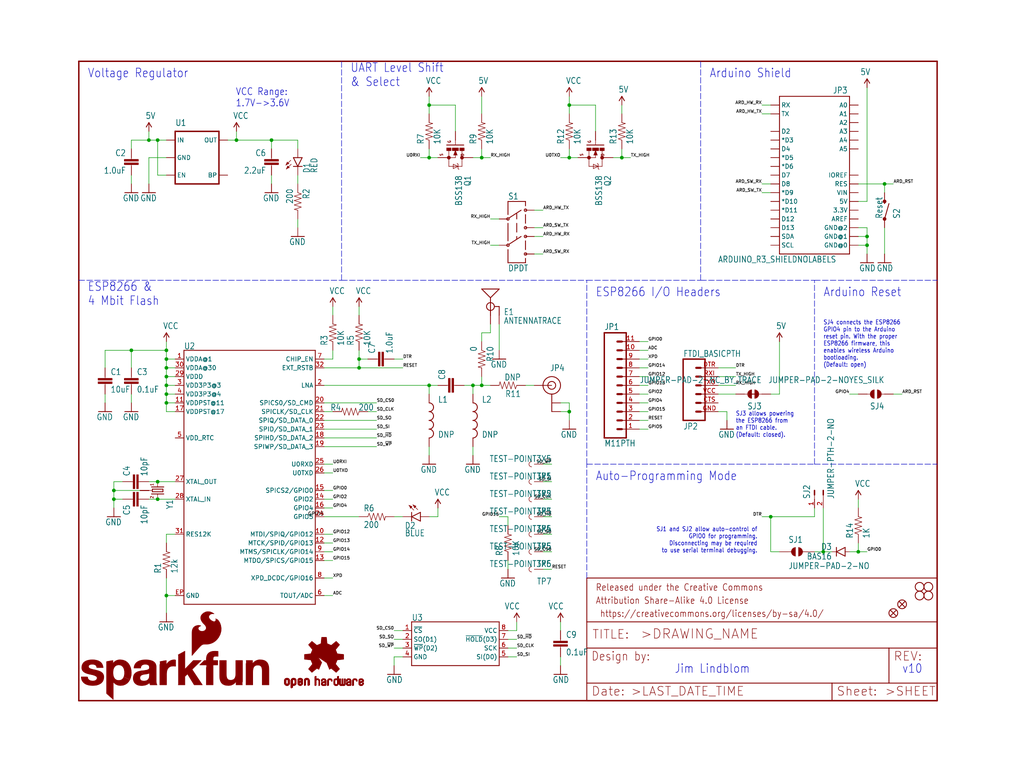
<source format=kicad_sch>
(kicad_sch (version 20211123) (generator eeschema)
  (paper "User" 297.002 224.485)
  (lib_symbols
    (symbol "schematicEagle-eagle-import:0.1UF-25V(+80{slash}-20%)(0603)"
      (property "Reference" "C" (at 1.524 2.921 0))
      (property "Value" "0.1UF-25V(+80{slash}-20%)(0603)" (at 1.524 -2.159 0))
      (symbol "0.1UF-25V(+80{slash}-20%)(0603)_1_0"
        (pin passive line (at 0 5.08 270) (length 2.54) (name "1") (number "1"))
        (pin passive line (at 0 -2.54 90) (length 2.54) (name "2") (number "2"))
      )
    )
    (symbol "schematicEagle-eagle-import:0OHM1{slash}10W5%(0603)"
      (property "Reference" "R" (at -3.81 1.4986 0))
      (property "Value" "0OHM1{slash}10W5%(0603)" (at -3.81 -3.302 0))
      (symbol "0OHM1{slash}10W5%(0603)_1_0"
        (pin passive line (at -5.08 0 0) (length 2.54) (name "1") (number "1"))
        (pin passive line (at 5.08 0 180) (length 2.54) (name "2") (number "2"))
      )
    )
    (symbol "schematicEagle-eagle-import:1.0UF-16V-10%(0603)"
      (property "Reference" "C" (at 1.524 2.921 0))
      (property "Value" "1.0UF-16V-10%(0603)" (at 1.524 -2.159 0))
      (symbol "1.0UF-16V-10%(0603)_1_0"
        (pin passive line (at 0 5.08 270) (length 2.54) (name "1") (number "1"))
        (pin passive line (at 0 -2.54 90) (length 2.54) (name "2") (number "2"))
      )
    )
    (symbol "schematicEagle-eagle-import:1.0UF-25V-+80{slash}-20(0805)"
      (property "Reference" "C" (at 1.524 2.921 0))
      (property "Value" "1.0UF-25V-+80{slash}-20(0805)" (at 1.524 -2.159 0))
      (symbol "1.0UF-25V-+80{slash}-20(0805)_1_0"
        (pin passive line (at 0 5.08 270) (length 2.54) (name "1") (number "1"))
        (pin passive line (at 0 -2.54 90) (length 2.54) (name "2") (number "2"))
      )
    )
    (symbol "schematicEagle-eagle-import:10KOHM1{slash}10W1%(0603)0603"
      (property "Reference" "R" (at -3.81 1.4986 0))
      (property "Value" "10KOHM1{slash}10W1%(0603)0603" (at -3.81 -3.302 0))
      (symbol "10KOHM1{slash}10W1%(0603)0603_1_0"
        (pin passive line (at -5.08 0 0) (length 2.54) (name "1") (number "1"))
        (pin passive line (at 5.08 0 180) (length 2.54) (name "2") (number "2"))
      )
    )
    (symbol "schematicEagle-eagle-import:10PF-50V-5%(0603)"
      (property "Reference" "C" (at 1.524 2.921 0))
      (property "Value" "10PF-50V-5%(0603)" (at 1.524 -2.159 0))
      (symbol "10PF-50V-5%(0603)_1_0"
        (pin passive line (at 0 5.08 270) (length 2.54) (name "1") (number "1"))
        (pin passive line (at 0 -2.54 90) (length 2.54) (name "2") (number "2"))
      )
    )
    (symbol "schematicEagle-eagle-import:10UF-6.3V-20%(0603)"
      (property "Reference" "C" (at 1.524 2.921 0))
      (property "Value" "10UF-6.3V-20%(0603)" (at 1.524 -2.159 0))
      (symbol "10UF-6.3V-20%(0603)_1_0"
        (pin passive line (at 0 5.08 270) (length 2.54) (name "1") (number "1"))
        (pin passive line (at 0 -2.54 90) (length 2.54) (name "2") (number "2"))
      )
    )
    (symbol "schematicEagle-eagle-import:12KOHM-1{slash}10W-1%(0603)"
      (property "Reference" "R" (at -3.81 1.4986 0))
      (property "Value" "12KOHM-1{slash}10W-1%(0603)" (at -3.81 -3.302 0))
      (symbol "12KOHM-1{slash}10W-1%(0603)_1_0"
        (pin passive line (at -5.08 0 0) (length 2.54) (name "1") (number "1"))
        (pin passive line (at 5.08 0 180) (length 2.54) (name "2") (number "2"))
      )
    )
    (symbol "schematicEagle-eagle-import:1KOHM1{slash}10W1%(0603)"
      (property "Reference" "R" (at -3.81 1.4986 0))
      (property "Value" "1KOHM1{slash}10W1%(0603)" (at -3.81 -3.302 0))
      (symbol "1KOHM1{slash}10W1%(0603)_1_0"
        (pin passive line (at -5.08 0 0) (length 2.54) (name "1") (number "1"))
        (pin passive line (at 5.08 0 180) (length 2.54) (name "2") (number "2"))
      )
    )
    (symbol "schematicEagle-eagle-import:2.2UF-10V-20%(0603)"
      (property "Reference" "C" (at 1.524 2.921 0))
      (property "Value" "2.2UF-10V-20%(0603)" (at 1.524 -2.159 0))
      (symbol "2.2UF-10V-20%(0603)_1_0"
        (pin passive line (at 0 5.08 270) (length 2.54) (name "1") (number "1"))
        (pin passive line (at 0 -2.54 90) (length 2.54) (name "2") (number "2"))
      )
    )
    (symbol "schematicEagle-eagle-import:200OHM1{slash}10W1%(0603)"
      (property "Reference" "R" (at -3.81 1.4986 0))
      (property "Value" "200OHM1{slash}10W1%(0603)" (at -3.81 -3.302 0))
      (symbol "200OHM1{slash}10W1%(0603)_1_0"
        (pin passive line (at -5.08 0 0) (length 2.54) (name "1") (number "1"))
        (pin passive line (at 5.08 0 180) (length 2.54) (name "2") (number "2"))
      )
    )
    (symbol "schematicEagle-eagle-import:5V" (power)
      (property "Value" "5V" (at -1.016 3.556 0))
      (symbol "5V_1_0"
        (pin power_in line (at 0 0 90) (length 2.54) (name "5V") (number "1"))
      )
    )
    (symbol "schematicEagle-eagle-import:ANTENNATRACE"
      (property "Reference" "E" (at 3.81 -7.62 0))
      (property "Value" "ANTENNATRACE" (at 3.81 -10.16 0))
      (symbol "ANTENNATRACE_1_0"
        (pin bidirectional line (at 0 -10.16 90) (length 2.54) (name "SIGNAL") (number "ANT"))
        (pin bidirectional line (at 2.54 -10.16 90) (length 2.54) (name "GND") (number "GND"))
        (pin bidirectional line (at 2.54 -10.16 90) (length 2.54) (name "GND") (number "GND2"))
      )
    )
    (symbol "schematicEagle-eagle-import:ARDUINO_R3_SHIELDNOLABELS"
      (property "Reference" "J" (at -9.652 21.082 0))
      (property "Value" "ARDUINO_R3_SHIELDNOLABELS" (at -6.35 -27.94 0))
      (symbol "ARDUINO_R3_SHIELDNOLABELS_1_0"
        (pin bidirectional line (at -12.7 -12.7 0) (length 2.54) (name "3.3V") (number "3.3V"))
        (pin bidirectional line (at -12.7 -10.16 0) (length 2.54) (name "5V") (number "5V"))
        (pin bidirectional line (at -12.7 17.78 0) (length 2.54) (name "A0") (number "A0"))
        (pin bidirectional line (at -12.7 15.24 0) (length 2.54) (name "A1") (number "A1"))
        (pin bidirectional line (at -12.7 12.7 0) (length 2.54) (name "A2") (number "A2"))
        (pin bidirectional line (at -12.7 10.16 0) (length 2.54) (name "A3") (number "A3"))
        (pin bidirectional line (at -12.7 7.62 0) (length 2.54) (name "A4") (number "A4"))
        (pin bidirectional line (at -12.7 5.08 0) (length 2.54) (name "A5") (number "A5"))
        (pin bidirectional line (at -12.7 -15.24 0) (length 2.54) (name "AREF") (number "AREF"))
        (pin bidirectional line (at 12.7 -10.16 180) (length 2.54) (name "*D10") (number "D10"))
        (pin bidirectional line (at 12.7 -12.7 180) (length 2.54) (name "*D11") (number "D11"))
        (pin bidirectional line (at 12.7 -15.24 180) (length 2.54) (name "D12") (number "D12"))
        (pin bidirectional line (at 12.7 -17.78 180) (length 2.54) (name "D13") (number "D13"))
        (pin bidirectional line (at 12.7 10.16 180) (length 2.54) (name "D2") (number "D2"))
        (pin bidirectional line (at 12.7 7.62 180) (length 2.54) (name "*D3") (number "D3"))
        (pin bidirectional line (at 12.7 5.08 180) (length 2.54) (name "D4") (number "D4"))
        (pin bidirectional line (at 12.7 2.54 180) (length 2.54) (name "*D5") (number "D5"))
        (pin bidirectional line (at 12.7 0 180) (length 2.54) (name "*D6") (number "D6"))
        (pin bidirectional line (at 12.7 -2.54 180) (length 2.54) (name "D7") (number "D7"))
        (pin bidirectional line (at 12.7 -5.08 180) (length 2.54) (name "D8") (number "D8"))
        (pin bidirectional line (at 12.7 -7.62 180) (length 2.54) (name "*D9") (number "D9"))
        (pin bidirectional line (at -12.7 -22.86 0) (length 2.54) (name "GND@0") (number "GND@0"))
        (pin bidirectional line (at -12.7 -20.32 0) (length 2.54) (name "GND@1") (number "GND@1"))
        (pin bidirectional line (at -12.7 -17.78 0) (length 2.54) (name "GND@2") (number "GND@2"))
        (pin bidirectional line (at -12.7 -2.54 0) (length 2.54) (name "IOREF") (number "IOREF"))
        (pin bidirectional line (at -12.7 -5.08 0) (length 2.54) (name "RES") (number "RES"))
        (pin bidirectional line (at 12.7 17.78 180) (length 2.54) (name "RX") (number "RX"))
        (pin bidirectional line (at 12.7 -22.86 180) (length 2.54) (name "SCL") (number "SCL"))
        (pin bidirectional line (at 12.7 -20.32 180) (length 2.54) (name "SDA") (number "SDA"))
        (pin bidirectional line (at 12.7 15.24 180) (length 2.54) (name "TX") (number "TX"))
        (pin bidirectional line (at -12.7 -7.62 0) (length 2.54) (name "VIN") (number "VIN"))
      )
    )
    (symbol "schematicEagle-eagle-import:AT25SF041-SOIC8"
      (property "Reference" "U" (at -12.7 5.334 0))
      (property "Value" "AT25SF041-SOIC8" (at -12.7 -7.874 0))
      (symbol "AT25SF041-SOIC8_1_0"
        (pin bidirectional line (at -15.24 2.54 0) (length 2.54) (name "~{CS}") (number "1"))
        (pin bidirectional line (at -15.24 0 0) (length 2.54) (name "SO(D1)") (number "2"))
        (pin bidirectional line (at -15.24 -2.54 0) (length 2.54) (name "~{WP}(D2)") (number "3"))
        (pin bidirectional line (at -15.24 -5.08 0) (length 2.54) (name "GND") (number "4"))
        (pin bidirectional line (at 15.24 -5.08 180) (length 2.54) (name "SI(D0)") (number "5"))
        (pin bidirectional line (at 15.24 -2.54 180) (length 2.54) (name "SCK") (number "6"))
        (pin bidirectional line (at 15.24 0 180) (length 2.54) (name "~{HOLD}(D3)") (number "7"))
        (pin bidirectional line (at 15.24 2.54 180) (length 2.54) (name "VCC") (number "8"))
      )
    )
    (symbol "schematicEagle-eagle-import:CAP0603-CAP"
      (property "Reference" "C" (at 1.524 2.921 0))
      (property "Value" "CAP0603-CAP" (at 1.524 -2.159 0))
      (symbol "CAP0603-CAP_1_0"
        (pin passive line (at 0 5.08 270) (length 2.54) (name "1") (number "1"))
        (pin passive line (at 0 -2.54 90) (length 2.54) (name "2") (number "2"))
      )
    )
    (symbol "schematicEagle-eagle-import:CRYSTAL-GROUNDED3.2X2.5"
      (property "Reference" "Y" (at 2.54 2.54 0))
      (property "Value" "CRYSTAL-GROUNDED3.2X2.5" (at 2.54 -2.54 0))
      (symbol "CRYSTAL-GROUNDED3.2X2.5_1_0"
        (text "1" (at -2.159 -1.143 0) (effects (font (size 0.8636 0.734)) (justify left bottom)))
        (text "2" (at 1.524 -1.143 0) (effects (font (size 0.8636 0.734)) (justify left bottom)))
        (pin passive line (at -2.54 0 0) (length 0) (name "1") (number "1"))
        (pin passive line (at 0 -5.08 90) (length 2.54) (name "GND") (number "2"))
        (pin passive line (at 2.54 0 180) (length 0) (name "2") (number "3"))
        (pin passive line (at 0 -5.08 90) (length 2.54) (name "GND") (number "4"))
      )
    )
    (symbol "schematicEagle-eagle-import:DIODEBAS16"
      (property "Reference" "D" (at 2.54 0.4826 0))
      (property "Value" "DIODEBAS16" (at 2.54 -2.3114 0))
      (symbol "DIODEBAS16_1_0"
        (pin passive line (at -2.54 0 0) (length 0) (name "A") (number "A"))
        (pin passive line (at 2.54 0 180) (length 0) (name "C") (number "C"))
      )
    )
    (symbol "schematicEagle-eagle-import:ESP8266"
      (property "Reference" "U" (at -20.32 38.354 0))
      (property "Value" "ESP8266" (at -20.32 -35.814 0))
      (symbol "ESP8266_1_0"
        (pin bidirectional line (at -22.86 35.56 0) (length 2.54) (name "VDDA@1") (number "1"))
        (pin bidirectional line (at 20.32 -15.24 180) (length 2.54) (name "MTDI/SPIQ/GPIO12") (number "10"))
        (pin bidirectional line (at -22.86 22.86 0) (length 2.54) (name "VDDPST@11") (number "11"))
        (pin bidirectional line (at 20.32 -17.78 180) (length 2.54) (name "MTCK/SPID/GPIO13") (number "12"))
        (pin bidirectional line (at 20.32 -22.86 180) (length 2.54) (name "MTDO/SPICS/GPIO15") (number "13"))
        (pin bidirectional line (at 20.32 -5.08 180) (length 2.54) (name "GPIO2") (number "14"))
        (pin bidirectional line (at 20.32 -2.54 180) (length 2.54) (name "SPICS2/GPIO0") (number "15"))
        (pin bidirectional line (at 20.32 -7.62 180) (length 2.54) (name "GPIO4") (number "16"))
        (pin bidirectional line (at -22.86 20.32 0) (length 2.54) (name "VDDPST@17") (number "17"))
        (pin bidirectional line (at 20.32 12.7 180) (length 2.54) (name "SPIHD/SD_DATA_2") (number "18"))
        (pin bidirectional line (at 20.32 10.16 180) (length 2.54) (name "SPIWP/SD_DATA_3") (number "19"))
        (pin bidirectional line (at 20.32 27.94 180) (length 2.54) (name "LNA") (number "2"))
        (pin bidirectional line (at 20.32 22.86 180) (length 2.54) (name "SPICS0/SD_CMD") (number "20"))
        (pin bidirectional line (at 20.32 20.32 180) (length 2.54) (name "SPICLK/SD_CLK") (number "21"))
        (pin bidirectional line (at 20.32 17.78 180) (length 2.54) (name "SPIQ/SD_DATA_0") (number "22"))
        (pin bidirectional line (at 20.32 15.24 180) (length 2.54) (name "SPID/SD_DATA_1") (number "23"))
        (pin bidirectional line (at 20.32 -10.16 180) (length 2.54) (name "GPIO5") (number "24"))
        (pin bidirectional line (at 20.32 5.08 180) (length 2.54) (name "U0RXD") (number "25"))
        (pin bidirectional line (at 20.32 2.54 180) (length 2.54) (name "U0TXD") (number "26"))
        (pin bidirectional line (at -22.86 0 0) (length 2.54) (name "XTAL_OUT") (number "27"))
        (pin bidirectional line (at -22.86 -5.08 0) (length 2.54) (name "XTAL_IN") (number "28"))
        (pin bidirectional line (at -22.86 30.48 0) (length 2.54) (name "VDDD") (number "29"))
        (pin bidirectional line (at -22.86 27.94 0) (length 2.54) (name "VDD3P3@3") (number "3"))
        (pin bidirectional line (at -22.86 33.02 0) (length 2.54) (name "VDDA@30") (number "30"))
        (pin bidirectional line (at -22.86 -15.24 0) (length 2.54) (name "RES12K") (number "31"))
        (pin bidirectional line (at 20.32 33.02 180) (length 2.54) (name "EXT_RSTB") (number "32"))
        (pin bidirectional line (at -22.86 25.4 0) (length 2.54) (name "VDD3P3@4") (number "4"))
        (pin bidirectional line (at -22.86 12.7 0) (length 2.54) (name "VDD_RTC") (number "5"))
        (pin bidirectional line (at 20.32 -33.02 180) (length 2.54) (name "TOUT/ADC") (number "6"))
        (pin bidirectional line (at 20.32 35.56 180) (length 2.54) (name "CHIP_EN") (number "7"))
        (pin bidirectional line (at 20.32 -27.94 180) (length 2.54) (name "XPD_DCDC/GPIO16") (number "8"))
        (pin bidirectional line (at 20.32 -20.32 180) (length 2.54) (name "MTMS/SPICLK/GPIO14") (number "9"))
        (pin bidirectional line (at -22.86 -33.02 0) (length 2.54) (name "GND") (number "EP"))
      )
    )
    (symbol "schematicEagle-eagle-import:FIDUCIAL1X2")
    (symbol "schematicEagle-eagle-import:FRAME-LETTER"
      (symbol "FRAME-LETTER_2_0"
        (text " https://creativecommons.org/licenses/by-sa/4.0/" (at 2.54 24.13 0) (effects (font (size 1.9304 1.6408)) (justify left bottom)))
        (text ">DRAWING_NAME" (at 15.494 17.78 0) (effects (font (size 2.7432 2.7432)) (justify left bottom)))
        (text ">LAST_DATE_TIME" (at 12.7 1.27 0) (effects (font (size 2.54 2.54)) (justify left bottom)))
        (text ">SHEET" (at 86.36 1.27 0) (effects (font (size 2.54 2.54)) (justify left bottom)))
        (text "Attribution Share-Alike 4.0 License" (at 2.54 27.94 0) (effects (font (size 1.9304 1.6408)) (justify left bottom)))
        (text "Date:" (at 1.27 1.27 0) (effects (font (size 2.54 2.54)) (justify left bottom)))
        (text "Design by:" (at 1.27 11.43 0) (effects (font (size 2.54 2.159)) (justify left bottom)))
        (text "Released under the Creative Commons" (at 2.54 31.75 0) (effects (font (size 1.9304 1.6408)) (justify left bottom)))
        (text "REV:" (at 88.9 11.43 0) (effects (font (size 2.54 2.54)) (justify left bottom)))
        (text "Sheet:" (at 72.39 1.27 0) (effects (font (size 2.54 2.54)) (justify left bottom)))
        (text "TITLE:" (at 1.524 17.78 0) (effects (font (size 2.54 2.54)) (justify left bottom)))
      )
    )
    (symbol "schematicEagle-eagle-import:FTDI_BASICPTH"
      (property "Reference" "JP" (at -5.08 10.922 0))
      (property "Value" "FTDI_BASICPTH" (at -5.08 -10.16 0))
      (symbol "FTDI_BASICPTH_1_0"
        (pin passive line (at 5.08 5.08 180) (length 5.08) (name "5") (number "CTS"))
        (pin passive line (at 5.08 -5.08 180) (length 5.08) (name "1") (number "DTR"))
        (pin passive line (at 5.08 7.62 180) (length 5.08) (name "6") (number "GND"))
        (pin passive line (at 5.08 -2.54 180) (length 5.08) (name "2") (number "RXI"))
        (pin passive line (at 5.08 0 180) (length 5.08) (name "3") (number "TXO"))
        (pin passive line (at 5.08 2.54 180) (length 5.08) (name "4") (number "VCC"))
      )
    )
    (symbol "schematicEagle-eagle-import:GND" (power)
      (property "Value" "GND" (at -2.54 -2.54 0))
      (symbol "GND_1_0"
        (pin power_in line (at 0 2.54 270) (length 2.54) (name "GND") (number "1"))
      )
    )
    (symbol "schematicEagle-eagle-import:INDUCTOR0603"
      (property "Reference" "L" (at 2.54 5.08 0))
      (property "Value" "INDUCTOR0603" (at 2.54 -5.08 0))
      (symbol "INDUCTOR0603_1_0"
        (pin passive line (at 0 7.62 270) (length 2.54) (name "1") (number "1"))
        (pin passive line (at 0 -7.62 90) (length 2.54) (name "2") (number "2"))
      )
    )
    (symbol "schematicEagle-eagle-import:JUMPER-PAD-2-NC_BY_TRACE"
      (property "Reference" "SJ" (at -2.54 2.54 0))
      (property "Value" "JUMPER-PAD-2-NC_BY_TRACE" (at -2.54 -5.08 0))
      (symbol "JUMPER-PAD-2-NC_BY_TRACE_1_0"
        (pin passive line (at -5.08 0 0) (length 2.54) (name "1") (number "1"))
        (pin passive line (at 5.08 0 180) (length 2.54) (name "2") (number "2"))
      )
    )
    (symbol "schematicEagle-eagle-import:JUMPER-PAD-2-NO"
      (property "Reference" "SJ" (at -2.54 2.54 0))
      (property "Value" "JUMPER-PAD-2-NO" (at -2.54 -5.08 0))
      (symbol "JUMPER-PAD-2-NO_1_0"
        (pin passive line (at -5.08 0 0) (length 2.54) (name "1") (number "1"))
        (pin passive line (at 5.08 0 180) (length 2.54) (name "2") (number "2"))
      )
    )
    (symbol "schematicEagle-eagle-import:JUMPER-PAD-2-NOYES_SILK"
      (property "Reference" "SJ" (at -2.54 2.54 0))
      (property "Value" "JUMPER-PAD-2-NOYES_SILK" (at -2.54 -5.08 0))
      (symbol "JUMPER-PAD-2-NOYES_SILK_1_0"
        (pin passive line (at -5.08 0 0) (length 2.54) (name "1") (number "1"))
        (pin passive line (at 5.08 0 180) (length 2.54) (name "2") (number "2"))
      )
    )
    (symbol "schematicEagle-eagle-import:JUMPER-PTH-2-NO"
      (property "Reference" "SJ" (at -1.27 0 90))
      (property "Value" "JUMPER-PTH-2-NO" (at 5.715 0 90))
      (symbol "JUMPER-PTH-2-NO_1_0"
        (pin passive line (at 0 -2.54 90) (length 2.54) (name "1") (number "1"))
        (pin passive line (at 2.54 -2.54 90) (length 2.54) (name "2") (number "2"))
      )
    )
    (symbol "schematicEagle-eagle-import:LED-BLUE0603"
      (property "Reference" "D" (at 3.556 -4.572 90))
      (property "Value" "LED-BLUE0603" (at 5.715 -4.572 90))
      (symbol "LED-BLUE0603_1_0"
        (pin passive line (at 0 2.54 270) (length 2.54) (name "A") (number "A"))
        (pin passive line (at 0 -5.08 90) (length 2.54) (name "C") (number "C"))
      )
    )
    (symbol "schematicEagle-eagle-import:LED-RED0603"
      (property "Reference" "D" (at 3.556 -4.572 90))
      (property "Value" "LED-RED0603" (at 5.715 -4.572 90))
      (symbol "LED-RED0603_1_0"
        (pin passive line (at 0 2.54 270) (length 2.54) (name "A") (number "A"))
        (pin passive line (at 0 -5.08 90) (length 2.54) (name "C") (number "C"))
      )
    )
    (symbol "schematicEagle-eagle-import:M11PTH"
      (property "Reference" "JP" (at 0 16.002 0))
      (property "Value" "M11PTH" (at 0 -17.78 0))
      (symbol "M11PTH_1_0"
        (pin passive line (at 10.16 -12.7 180) (length 5.08) (name "1") (number "1"))
        (pin passive line (at 10.16 10.16 180) (length 5.08) (name "10") (number "10"))
        (pin passive line (at 10.16 12.7 180) (length 5.08) (name "11") (number "11"))
        (pin passive line (at 10.16 -10.16 180) (length 5.08) (name "2") (number "2"))
        (pin passive line (at 10.16 -7.62 180) (length 5.08) (name "3") (number "3"))
        (pin passive line (at 10.16 -5.08 180) (length 5.08) (name "4") (number "4"))
        (pin passive line (at 10.16 -2.54 180) (length 5.08) (name "5") (number "5"))
        (pin passive line (at 10.16 0 180) (length 5.08) (name "6") (number "6"))
        (pin passive line (at 10.16 2.54 180) (length 5.08) (name "7") (number "7"))
        (pin passive line (at 10.16 5.08 180) (length 5.08) (name "8") (number "8"))
        (pin passive line (at 10.16 7.62 180) (length 5.08) (name "9") (number "9"))
      )
    )
    (symbol "schematicEagle-eagle-import:MOSFET-NCHANNELBSS138"
      (property "Reference" "Q" (at 5.08 2.54 0))
      (property "Value" "MOSFET-NCHANNELBSS138" (at 5.08 0 0))
      (symbol "MOSFET-NCHANNELBSS138_1_0"
        (text "D" (at -1.27 2.54 0) (effects (font (size 0.8128 0.6908)) (justify left bottom)))
        (text "G" (at -5.08 -1.27 0) (effects (font (size 0.8128 0.6908)) (justify left bottom)))
        (text "S" (at -1.27 -3.556 0) (effects (font (size 0.8128 0.6908)) (justify left bottom)))
        (pin passive line (at -7.62 0 0) (length 2.54) (name "G") (number "1"))
        (pin passive line (at 0 -5.08 90) (length 2.54) (name "S") (number "2"))
        (pin passive line (at 0 5.08 270) (length 2.54) (name "D") (number "3"))
      )
    )
    (symbol "schematicEagle-eagle-import:OSHW-LOGOM")
    (symbol "schematicEagle-eagle-import:RESISTOR0603-RES"
      (property "Reference" "R" (at -3.81 1.4986 0))
      (property "Value" "RESISTOR0603-RES" (at -3.81 -3.302 0))
      (symbol "RESISTOR0603-RES_1_0"
        (pin passive line (at -5.08 0 0) (length 2.54) (name "1") (number "1"))
        (pin passive line (at 5.08 0 180) (length 2.54) (name "2") (number "2"))
      )
    )
    (symbol "schematicEagle-eagle-import:SFE_LOGO_NAME_FLAME.2_INCH")
    (symbol "schematicEagle-eagle-import:STAND-OFF")
    (symbol "schematicEagle-eagle-import:SWITCH-DPDTAYZ0202"
      (property "Reference" "S" (at -2.54 8.128 0))
      (property "Value" "SWITCH-DPDTAYZ0202" (at -2.54 -12.7 0))
      (symbol "SWITCH-DPDTAYZ0202_1_0"
        (pin bidirectional line (at 5.08 5.08 180) (length 2.54) (name "1") (number "1"))
        (pin bidirectional line (at -5.08 2.54 0) (length 2.54) (name "2") (number "2"))
        (pin bidirectional line (at 5.08 0 180) (length 2.54) (name "3") (number "3"))
        (pin bidirectional line (at 5.08 -2.54 180) (length 2.54) (name "4") (number "4"))
        (pin bidirectional line (at -5.08 -5.08 0) (length 2.54) (name "5") (number "5"))
        (pin bidirectional line (at 5.08 -7.62 180) (length 2.54) (name "6") (number "6"))
      )
    )
    (symbol "schematicEagle-eagle-import:SWITCH-MOMENTARY-2SMD"
      (property "Reference" "S" (at -2.54 2.54 0))
      (property "Value" "SWITCH-MOMENTARY-2SMD" (at -2.54 -2.54 0))
      (symbol "SWITCH-MOMENTARY-2SMD_1_0"
        (pin passive line (at -5.08 0 0) (length 2.54) (name "1") (number "1"))
        (pin passive line (at 5.08 0 180) (length 2.54) (name "2") (number "3"))
      )
    )
    (symbol "schematicEagle-eagle-import:TEST-POINT3X5"
      (property "Reference" "TP" (at -2.54 2.54 0))
      (property "Value" "TEST-POINT3X5" (at -2.54 -2.54 0))
      (symbol "TEST-POINT3X5_1_0"
        (pin bidirectional line (at 0 0 180) (length 0) (name "1") (number "P$1"))
      )
    )
    (symbol "schematicEagle-eagle-import:U.FL"
      (property "Reference" "J" (at -3.81 4.064 0))
      (symbol "U.FL_1_0"
        (pin bidirectional line (at -2.54 -5.08 0) (length 2.54) (name "GND@0") (number "P$1"))
        (pin bidirectional line (at -2.54 -7.62 0) (length 2.54) (name "GND@1") (number "P$2"))
        (pin bidirectional line (at 5.08 0 180) (length 5.08) (name "SIGNAL") (number "P$3"))
      )
    )
    (symbol "schematicEagle-eagle-import:VCC" (power)
      (property "Value" "VCC" (at -1.016 3.556 0))
      (symbol "VCC_1_0"
        (pin power_in line (at 0 0 90) (length 2.54) (name "VCC") (number "1"))
      )
    )
    (symbol "schematicEagle-eagle-import:V_REG_LDOSMD"
      (property "Reference" "U" (at -7.62 9.144 0))
      (property "Value" "V_REG_LDOSMD" (at -7.62 -11.43 0))
      (symbol "V_REG_LDOSMD_1_0"
        (pin input line (at -10.16 5.08 0) (length 2.54) (name "IN") (number "1"))
        (pin input line (at -10.16 0 0) (length 2.54) (name "GND") (number "2"))
        (pin input line (at -10.16 -5.08 0) (length 2.54) (name "EN") (number "3"))
        (pin input line (at 7.62 -5.08 180) (length 2.54) (name "BP") (number "4"))
        (pin passive line (at 7.62 5.08 180) (length 2.54) (name "OUT") (number "5"))
      )
    )
  )
  (junction (at 43.18 40.64))
  (junction (at 248.92 160.02))
  (junction (at 124.46 30.48))
  (junction (at 165.1 119.38))
  (junction (at 33.02 144.78))
  (junction (at 223.52 149.86))
  (junction (at 104.14 104.14))
  (junction (at 238.76 160.02))
  (junction (at 48.26 111.76))
  (junction (at 48.26 104.14))
  (junction (at 251.46 68.58))
  (junction (at 124.46 111.76))
  (junction (at 45.72 40.64))
  (junction (at 48.26 109.22))
  (junction (at 139.7 111.76))
  (junction (at 137.16 111.76))
  (junction (at 38.1 101.6))
  (junction (at 48.26 116.84))
  (junction (at 48.26 101.6))
  (junction (at 48.26 172.72))
  (junction (at 104.14 106.68))
  (junction (at 139.7 45.72))
  (junction (at 165.1 30.48))
  (junction (at 124.46 45.72))
  (junction (at 45.72 139.7))
  (junction (at 165.1 45.72))
  (junction (at 251.46 71.12))
  (junction (at 33.02 142.24))
  (junction (at 48.26 114.3))
  (junction (at 180.34 45.72))
  (junction (at 78.74 40.64))
  (junction (at 256.54 53.34))
  (junction (at 45.72 144.78))
  (junction (at 68.58 40.64))
  (junction (at 48.26 106.68))
  (polyline (pts (xy 236.22 81.28) (xy 271.78 81.28)))
  (polyline (pts (xy 203.2 81.28) (xy 236.22 81.28)))
  (wire (pts (xy 147.32 185.42) (xy 149.86 185.42)))
  (wire (pts (xy 30.48 101.6) (xy 38.1 101.6)))
  (wire (pts (xy 50.8 119.38) (xy 48.26 119.38)))
  (wire (pts (xy 78.74 40.64) (xy 78.74 43.18)))
  (wire (pts (xy 109.22 121.92) (xy 93.98 121.92)))
  (wire (pts (xy 165.1 30.48) (xy 172.72 30.48)))
  (wire (pts (xy 93.98 137.16) (xy 96.52 137.16)))
  (wire (pts (xy 251.46 71.12) (xy 251.46 73.66)))
  (wire (pts (xy 68.58 40.64) (xy 68.58 38.1)))
  (wire (pts (xy 66.04 40.64) (xy 68.58 40.64)))
  (wire (pts (xy 96.52 104.14) (xy 96.52 101.6)))
  (wire (pts (xy 157.48 149.86) (xy 160.02 149.86)))
  (wire (pts (xy 45.72 139.7) (xy 50.8 139.7)))
  (wire (pts (xy 48.26 172.72) (xy 48.26 177.8)))
  (wire (pts (xy 50.8 154.94) (xy 48.26 154.94)))
  (polyline (pts (xy 170.18 167.64) (xy 170.18 134.62)))
  (wire (pts (xy 165.1 116.84) (xy 165.1 119.38)))
  (wire (pts (xy 93.98 142.24) (xy 96.52 142.24)))
  (wire (pts (xy 124.46 30.48) (xy 132.08 30.48)))
  (wire (pts (xy 167.64 45.72) (xy 165.1 45.72)))
  (wire (pts (xy 116.84 190.5) (xy 114.3 190.5)))
  (wire (pts (xy 68.58 40.64) (xy 78.74 40.64)))
  (wire (pts (xy 144.78 63.5) (xy 142.24 63.5)))
  (wire (pts (xy 238.76 160.02) (xy 238.76 147.32)))
  (wire (pts (xy 93.98 157.48) (xy 96.52 157.48)))
  (wire (pts (xy 50.8 172.72) (xy 48.26 172.72)))
  (wire (pts (xy 48.26 119.38) (xy 48.26 116.84)))
  (wire (pts (xy 38.1 106.68) (xy 38.1 101.6)))
  (wire (pts (xy 93.98 167.64) (xy 96.52 167.64)))
  (wire (pts (xy 35.56 144.78) (xy 33.02 144.78)))
  (wire (pts (xy 93.98 111.76) (xy 124.46 111.76)))
  (polyline (pts (xy 99.06 81.28) (xy 99.06 17.78)))
  (wire (pts (xy 127 45.72) (xy 124.46 45.72)))
  (wire (pts (xy 142.24 96.52) (xy 142.24 93.98)))
  (wire (pts (xy 48.26 104.14) (xy 48.26 101.6)))
  (wire (pts (xy 162.56 116.84) (xy 165.1 116.84)))
  (wire (pts (xy 124.46 45.72) (xy 124.46 43.18)))
  (wire (pts (xy 33.02 139.7) (xy 33.02 142.24)))
  (wire (pts (xy 48.26 154.94) (xy 48.26 157.48)))
  (wire (pts (xy 114.3 190.5) (xy 114.3 193.04)))
  (wire (pts (xy 144.78 93.98) (xy 144.78 101.6)))
  (wire (pts (xy 93.98 154.94) (xy 96.52 154.94)))
  (wire (pts (xy 157.48 139.7) (xy 160.02 139.7)))
  (wire (pts (xy 226.06 114.3) (xy 226.06 99.06)))
  (wire (pts (xy 157.48 154.94) (xy 160.02 154.94)))
  (wire (pts (xy 154.94 73.66) (xy 157.48 73.66)))
  (wire (pts (xy 48.26 106.68) (xy 48.26 104.14)))
  (wire (pts (xy 137.16 111.76) (xy 137.16 114.3)))
  (wire (pts (xy 259.08 114.3) (xy 261.62 114.3)))
  (wire (pts (xy 48.26 109.22) (xy 48.26 106.68)))
  (wire (pts (xy 208.28 111.76) (xy 213.36 111.76)))
  (wire (pts (xy 86.36 53.34) (xy 86.36 50.8)))
  (wire (pts (xy 185.42 124.46) (xy 187.96 124.46)))
  (wire (pts (xy 149.86 182.88) (xy 149.86 180.34)))
  (wire (pts (xy 139.7 27.94) (xy 139.7 33.02)))
  (polyline (pts (xy 170.18 134.62) (xy 170.18 81.28)))
  (wire (pts (xy 147.32 165.1) (xy 147.32 162.56)))
  (wire (pts (xy 248.92 160.02) (xy 251.46 160.02)))
  (wire (pts (xy 93.98 172.72) (xy 96.52 172.72)))
  (wire (pts (xy 43.18 45.72) (xy 43.18 53.34)))
  (wire (pts (xy 256.54 53.34) (xy 259.08 53.34)))
  (wire (pts (xy 256.54 66.04) (xy 256.54 73.66)))
  (wire (pts (xy 114.3 104.14) (xy 116.84 104.14)))
  (wire (pts (xy 38.1 101.6) (xy 48.26 101.6)))
  (wire (pts (xy 50.8 106.68) (xy 48.26 106.68)))
  (wire (pts (xy 246.38 160.02) (xy 248.92 160.02)))
  (wire (pts (xy 30.48 116.84) (xy 30.48 114.3)))
  (wire (pts (xy 248.92 157.48) (xy 248.92 160.02)))
  (wire (pts (xy 50.8 114.3) (xy 48.26 114.3)))
  (wire (pts (xy 124.46 30.48) (xy 124.46 27.94)))
  (wire (pts (xy 241.3 160.02) (xy 238.76 160.02)))
  (wire (pts (xy 93.98 104.14) (xy 96.52 104.14)))
  (wire (pts (xy 144.78 71.12) (xy 142.24 71.12)))
  (wire (pts (xy 165.1 45.72) (xy 162.56 45.72)))
  (wire (pts (xy 236.22 160.02) (xy 238.76 160.02)))
  (wire (pts (xy 93.98 147.32) (xy 96.52 147.32)))
  (wire (pts (xy 43.18 139.7) (xy 45.72 139.7)))
  (wire (pts (xy 45.72 40.64) (xy 43.18 40.64)))
  (polyline (pts (xy 22.86 81.28) (xy 99.06 81.28)))
  (wire (pts (xy 226.06 160.02) (xy 223.52 160.02)))
  (wire (pts (xy 157.48 165.1) (xy 160.02 165.1)))
  (wire (pts (xy 93.98 162.56) (xy 96.52 162.56)))
  (wire (pts (xy 139.7 45.72) (xy 142.24 45.72)))
  (wire (pts (xy 48.26 50.8) (xy 45.72 50.8)))
  (wire (pts (xy 223.52 114.3) (xy 226.06 114.3)))
  (wire (pts (xy 147.32 187.96) (xy 149.86 187.96)))
  (wire (pts (xy 86.36 40.64) (xy 86.36 43.18)))
  (wire (pts (xy 185.42 121.92) (xy 187.96 121.92)))
  (wire (pts (xy 157.48 144.78) (xy 160.02 144.78)))
  (wire (pts (xy 162.56 180.34) (xy 162.56 182.88)))
  (wire (pts (xy 127 149.86) (xy 127 147.32)))
  (wire (pts (xy 208.28 119.38) (xy 210.82 119.38)))
  (wire (pts (xy 172.72 30.48) (xy 172.72 38.1)))
  (wire (pts (xy 106.68 119.38) (xy 109.22 119.38)))
  (wire (pts (xy 109.22 129.54) (xy 93.98 129.54)))
  (polyline (pts (xy 170.18 134.62) (xy 236.22 134.62)))
  (wire (pts (xy 147.32 190.5) (xy 149.86 190.5)))
  (wire (pts (xy 116.84 187.96) (xy 114.3 187.96)))
  (wire (pts (xy 104.14 88.9) (xy 104.14 91.44)))
  (wire (pts (xy 33.02 142.24) (xy 33.02 144.78)))
  (wire (pts (xy 185.42 116.84) (xy 187.96 116.84)))
  (wire (pts (xy 177.8 45.72) (xy 180.34 45.72)))
  (wire (pts (xy 134.62 111.76) (xy 137.16 111.76)))
  (wire (pts (xy 185.42 99.06) (xy 187.96 99.06)))
  (wire (pts (xy 165.1 119.38) (xy 162.56 119.38)))
  (wire (pts (xy 78.74 40.64) (xy 86.36 40.64)))
  (wire (pts (xy 38.1 116.84) (xy 38.1 114.3)))
  (wire (pts (xy 139.7 111.76) (xy 139.7 109.22)))
  (polyline (pts (xy 99.06 81.28) (xy 170.18 81.28)))
  (wire (pts (xy 154.94 60.96) (xy 157.48 60.96)))
  (wire (pts (xy 223.52 160.02) (xy 223.52 149.86)))
  (wire (pts (xy 157.48 134.62) (xy 160.02 134.62)))
  (wire (pts (xy 45.72 144.78) (xy 50.8 144.78)))
  (wire (pts (xy 208.28 114.3) (xy 213.36 114.3)))
  (wire (pts (xy 109.22 127) (xy 93.98 127)))
  (wire (pts (xy 162.56 193.04) (xy 162.56 190.5)))
  (wire (pts (xy 251.46 68.58) (xy 251.46 71.12)))
  (wire (pts (xy 48.26 40.64) (xy 45.72 40.64)))
  (wire (pts (xy 35.56 139.7) (xy 33.02 139.7)))
  (wire (pts (xy 165.1 45.72) (xy 165.1 43.18)))
  (wire (pts (xy 185.42 106.68) (xy 187.96 106.68)))
  (wire (pts (xy 185.42 104.14) (xy 187.96 104.14)))
  (wire (pts (xy 43.18 40.64) (xy 43.18 38.1)))
  (wire (pts (xy 137.16 45.72) (xy 139.7 45.72)))
  (wire (pts (xy 78.74 53.34) (xy 78.74 50.8)))
  (wire (pts (xy 248.92 71.12) (xy 251.46 71.12)))
  (wire (pts (xy 93.98 160.02) (xy 96.52 160.02)))
  (wire (pts (xy 180.34 33.02) (xy 180.34 30.48)))
  (wire (pts (xy 109.22 116.84) (xy 93.98 116.84)))
  (wire (pts (xy 116.84 149.86) (xy 114.3 149.86)))
  (wire (pts (xy 248.92 58.42) (xy 251.46 58.42)))
  (wire (pts (xy 236.22 149.86) (xy 223.52 149.86)))
  (wire (pts (xy 248.92 68.58) (xy 251.46 68.58)))
  (wire (pts (xy 165.1 33.02) (xy 165.1 30.48)))
  (wire (pts (xy 48.26 45.72) (xy 43.18 45.72)))
  (wire (pts (xy 152.4 111.76) (xy 154.94 111.76)))
  (wire (pts (xy 256.54 53.34) (xy 256.54 55.88)))
  (wire (pts (xy 210.82 119.38) (xy 210.82 121.92)))
  (wire (pts (xy 165.1 121.92) (xy 165.1 119.38)))
  (wire (pts (xy 223.52 33.02) (xy 220.98 33.02)))
  (wire (pts (xy 236.22 147.32) (xy 236.22 149.86)))
  (wire (pts (xy 48.26 101.6) (xy 48.26 99.06)))
  (wire (pts (xy 38.1 50.8) (xy 38.1 53.34)))
  (wire (pts (xy 185.42 109.22) (xy 187.96 109.22)))
  (wire (pts (xy 208.28 109.22) (xy 213.36 109.22)))
  (wire (pts (xy 38.1 40.64) (xy 38.1 43.18)))
  (wire (pts (xy 223.52 149.86) (xy 220.98 149.86)))
  (wire (pts (xy 185.42 101.6) (xy 187.96 101.6)))
  (wire (pts (xy 48.26 111.76) (xy 48.26 109.22)))
  (wire (pts (xy 104.14 106.68) (xy 116.84 106.68)))
  (wire (pts (xy 93.98 149.86) (xy 104.14 149.86)))
  (wire (pts (xy 147.32 152.4) (xy 147.32 149.86)))
  (wire (pts (xy 223.52 30.48) (xy 220.98 30.48)))
  (wire (pts (xy 132.08 30.48) (xy 132.08 38.1)))
  (wire (pts (xy 93.98 134.62) (xy 96.52 134.62)))
  (wire (pts (xy 248.92 144.78) (xy 248.92 147.32)))
  (wire (pts (xy 50.8 104.14) (xy 48.26 104.14)))
  (wire (pts (xy 104.14 104.14) (xy 104.14 101.6)))
  (wire (pts (xy 208.28 106.68) (xy 213.36 106.68)))
  (wire (pts (xy 109.22 124.46) (xy 93.98 124.46)))
  (wire (pts (xy 124.46 132.08) (xy 124.46 129.54)))
  (wire (pts (xy 50.8 109.22) (xy 48.26 109.22)))
  (wire (pts (xy 124.46 45.72) (xy 121.92 45.72)))
  (wire (pts (xy 248.92 53.34) (xy 256.54 53.34)))
  (wire (pts (xy 139.7 111.76) (xy 142.24 111.76)))
  (wire (pts (xy 154.94 66.04) (xy 157.48 66.04)))
  (wire (pts (xy 124.46 111.76) (xy 124.46 114.3)))
  (wire (pts (xy 137.16 111.76) (xy 139.7 111.76)))
  (polyline (pts (xy 203.2 81.28) (xy 203.2 17.78)))
  (wire (pts (xy 248.92 114.3) (xy 246.38 114.3)))
  (wire (pts (xy 104.14 106.68) (xy 104.14 104.14)))
  (wire (pts (xy 185.42 114.3) (xy 187.96 114.3)))
  (wire (pts (xy 45.72 50.8) (xy 45.72 40.64)))
  (wire (pts (xy 185.42 111.76) (xy 187.96 111.76)))
  (wire (pts (xy 96.52 88.9) (xy 96.52 91.44)))
  (wire (pts (xy 43.18 40.64) (xy 38.1 40.64)))
  (wire (pts (xy 251.46 58.42) (xy 251.46 25.4)))
  (wire (pts (xy 50.8 116.84) (xy 48.26 116.84)))
  (wire (pts (xy 180.34 45.72) (xy 182.88 45.72)))
  (wire (pts (xy 165.1 30.48) (xy 165.1 27.94)))
  (wire (pts (xy 104.14 106.68) (xy 93.98 106.68)))
  (wire (pts (xy 223.52 53.34) (xy 220.98 53.34)))
  (wire (pts (xy 124.46 33.02) (xy 124.46 30.48)))
  (wire (pts (xy 40.64 142.24) (xy 33.02 142.24)))
  (wire (pts (xy 106.68 104.14) (xy 104.14 104.14)))
  (wire (pts (xy 139.7 96.52) (xy 142.24 96.52)))
  (wire (pts (xy 147.32 149.86) (xy 144.78 149.86)))
  (polyline (pts (xy 170.18 81.28) (xy 203.2 81.28)))
  (wire (pts (xy 30.48 106.68) (xy 30.48 101.6)))
  (wire (pts (xy 33.02 144.78) (xy 33.02 147.32)))
  (wire (pts (xy 116.84 182.88) (xy 114.3 182.88)))
  (wire (pts (xy 93.98 119.38) (xy 96.52 119.38)))
  (wire (pts (xy 223.52 55.88) (xy 220.98 55.88)))
  (wire (pts (xy 147.32 182.88) (xy 149.86 182.88)))
  (wire (pts (xy 185.42 119.38) (xy 187.96 119.38)))
  (wire (pts (xy 116.84 185.42) (xy 114.3 185.42)))
  (wire (pts (xy 137.16 129.54) (xy 137.16 132.08)))
  (wire (pts (xy 50.8 111.76) (xy 48.26 111.76)))
  (wire (pts (xy 93.98 144.78) (xy 96.52 144.78)))
  (wire (pts (xy 48.26 114.3) (xy 48.26 111.76)))
  (wire (pts (xy 251.46 66.04) (xy 251.46 68.58)))
  (wire (pts (xy 157.48 160.02) (xy 160.02 160.02)))
  (wire (pts (xy 180.34 45.72) (xy 180.34 43.18)))
  (wire (pts (xy 124.46 111.76) (xy 127 111.76)))
  (polyline (pts (xy 236.22 134.62) (xy 236.22 81.28)))
  (wire (pts (xy 48.26 116.84) (xy 48.26 114.3)))
  (wire (pts (xy 86.36 66.04) (xy 86.36 63.5)))
  (wire (pts (xy 248.92 66.04) (xy 251.46 66.04)))
  (wire (pts (xy 43.18 144.78) (xy 45.72 144.78)))
  (wire (pts (xy 124.46 149.86) (xy 127 149.86)))
  (wire (pts (xy 139.7 45.72) (xy 139.7 43.18)))
  (wire (pts (xy 48.26 172.72) (xy 48.26 167.64)))
  (wire (pts (xy 139.7 99.06) (xy 139.7 96.52)))
  (wire (pts (xy 154.94 68.58) (xy 157.48 68.58)))
  (polyline (pts (xy 236.22 134.62) (xy 271.78 134.62)))
  (text "ESP8266 I/O Headers" (at 172.72 86.36 180) (effects (font (size 2.54 2.159)) (justify left bottom)))
  (text "v10" (at 261.62 195.58 180) (effects (font (size 2.54 2.159)) (justify left bottom)))
  (text "Auto-Programming Mode" (at 172.72 139.7 180) (effects (font (size 2.54 2.159)) (justify left bottom)))
  (text "SJ3 allows powering\nthe ESP8266 from\nan FTDI cable.\n(Default: closed)." (at 213.36 127 0) (effects (font (size 1.27 1.0795)) (justify left bottom)))
  (text "UART Level Shift\n& Select" (at 101.6 25.4 180) (effects (font (size 2.54 2.159)) (justify left bottom)))
  (text "VCC Range:\n1.7V->3.6V" (at 68.326 31.242 180) (effects (font (size 2.032 1.7272)) (justify left bottom)))
  (text "Arduino Reset" (at 238.76 86.36 180) (effects (font (size 2.54 2.159)) (justify left bottom)))
  (text "ESP8266 &\n4 Mbit Flash" (at 25.4 88.9 180) (effects (font (size 2.54 2.159)) (justify left bottom)))
  (text "SJ1 and SJ2 allow auto-control of\nGPIO0 for programming.\nDisconnecting may be required\nto use serial terminal debugging." (at 219.71 152.908 0) (effects (font (size 1.27 1.0795)) (justify right top)))
  (text "SJ4 connects the ESP8266\nGPIO4 pin to the Arduino\nreset pin. With the proper\nESP8266 firmware, this\nenables wireless Arduino\nbootloading.\n(Default: open)" (at 238.76 106.68 0) (effects (font (size 1.27 1.0795)) (justify left bottom)))
  (text "Arduino Shield" (at 205.74 22.86 180) (effects (font (size 2.54 2.159)) (justify left bottom)))
  (text "Voltage Regulator" (at 25.4 22.86 180) (effects (font (size 2.54 2.159)) (justify left bottom)))
  (text "Jim Lindblom" (at 195.58 195.58 180) (effects (font (size 2.54 2.159)) (justify left bottom)))
  (label "GPIO15" (at 144.78 149.86 180) (effects (font (size 0.889 0.889))))
  (label "SD_SO" (at 109.22 121.92 0) (effects (font (size 0.889 0.889))))
  (label "TX_HIGH" (at 142.24 71.12 180) (effects (font (size 0.889 0.889))))
  (label "U0RXI" (at 96.52 134.62 0) (effects (font (size 0.889 0.889))))
  (label "SD_~{WP}" (at 109.22 129.54 0) (effects (font (size 0.889 0.889))))
  (label "RX_HIGH" (at 142.24 63.5 180) (effects (font (size 0.889 0.889))))
  (label "DTR" (at 116.84 104.14 0) (effects (font (size 0.889 0.889))))
  (label "ARD_SW_RX" (at 157.48 73.66 0) (effects (font (size 0.889 0.889))))
  (label "GPIO4" (at 96.52 147.32 0) (effects (font (size 0.889 0.889))))
  (label "GPIO0" (at 96.52 142.24 0) (effects (font (size 0.889 0.889))))
  (label "GPIO2" (at 187.96 114.3 0) (effects (font (size 0.889 0.889))))
  (label "U0TXO" (at 162.56 45.72 180) (effects (font (size 0.889 0.889))))
  (label "ADC" (at 187.96 101.6 0) (effects (font (size 0.889 0.889))))
  (label "ARD_HW_RX" (at 220.98 30.48 180) (effects (font (size 0.889 0.889))))
  (label "SD_SI" (at 160.02 139.7 180) (effects (font (size 0.889 0.889))))
  (label "RESET" (at 160.02 165.1 0) (effects (font (size 0.889 0.889))))
  (label "ADC" (at 96.52 172.72 0) (effects (font (size 0.889 0.889))))
  (label "ARD_SW_TX" (at 157.48 66.04 0) (effects (font (size 0.889 0.889))))
  (label "SD_~{HD}" (at 109.22 127 0) (effects (font (size 0.889 0.889))))
  (label "SD_CLK" (at 160.02 144.78 180) (effects (font (size 0.889 0.889))))
  (label "GPIO12" (at 187.96 109.22 0) (effects (font (size 0.889 0.889))))
  (label "GPIO14" (at 187.96 106.68 0) (effects (font (size 0.889 0.889))))
  (label "GPIO2" (at 96.52 144.78 0) (effects (font (size 0.889 0.889))))
  (label "U0RXI" (at 121.92 45.72 180) (effects (font (size 0.889 0.889))))
  (label "SD_SI" (at 149.86 190.5 0) (effects (font (size 0.889 0.889))))
  (label "XPD" (at 96.52 167.64 0) (effects (font (size 0.889 0.889))))
  (label "SD_CS0" (at 109.22 116.84 0) (effects (font (size 0.889 0.889))))
  (label "SD_~{WP}" (at 160.02 134.62 180) (effects (font (size 0.889 0.889))))
  (label "GPIO5" (at 93.98 149.86 180) (effects (font (size 1.016 1.016))))
  (label "ARD_HW_TX" (at 157.48 60.96 0) (effects (font (size 0.889 0.889))))
  (label "ARD_HW_RX" (at 157.48 68.58 0) (effects (font (size 0.889 0.889))))
  (label "SD_CS0" (at 114.3 182.88 180) (effects (font (size 0.889 0.889))))
  (label "GPIO13" (at 187.96 111.76 0) (effects (font (size 0.889 0.889))))
  (label "SD_SO" (at 160.02 154.94 180) (effects (font (size 0.889 0.889))))
  (label "TX_HIGH" (at 213.36 109.22 0) (effects (font (size 0.889 0.889))))
  (label "DTR" (at 213.36 106.68 0) (effects (font (size 0.889 0.889))))
  (label "SD_~{HD}" (at 149.86 185.42 0) (effects (font (size 0.889 0.889))))
  (label "RESET" (at 187.96 121.92 0) (effects (font (size 0.889 0.889))))
  (label "GPIO0" (at 187.96 99.06 0) (effects (font (size 0.889 0.889))))
  (label "GPIO12" (at 96.52 154.94 0) (effects (font (size 0.889 0.889))))
  (label "RX_HIGH" (at 213.36 111.76 0) (effects (font (size 0.889 0.889))))
  (label "ARD_SW_RX" (at 220.98 53.34 180) (effects (font (size 0.889 0.889))))
  (label "ARD_RST" (at 259.08 53.34 0) (effects (font (size 0.889 0.889))))
  (label "U0TXO" (at 96.52 137.16 0) (effects (font (size 0.889 0.889))))
  (label "RX_HIGH" (at 142.24 45.72 0) (effects (font (size 0.889 0.889))))
  (label "DTR" (at 220.98 149.86 180) (effects (font (size 0.889 0.889))))
  (label "SD_~{HD}" (at 160.02 149.86 180) (effects (font (size 0.889 0.889))))
  (label "SD_~{WP}" (at 114.3 187.96 180) (effects (font (size 0.889 0.889))))
  (label "SD_SI" (at 109.22 124.46 0) (effects (font (size 0.889 0.889))))
  (label "SD_CLK" (at 109.22 119.38 0) (effects (font (size 0.889 0.889))))
  (label "GPIO15" (at 96.52 162.56 0) (effects (font (size 0.889 0.889))))
  (label "GPIO14" (at 96.52 160.02 0) (effects (font (size 0.889 0.889))))
  (label "GPIO13" (at 96.52 157.48 0) (effects (font (size 0.889 0.889))))
  (label "RESET" (at 116.84 106.68 0) (effects (font (size 0.889 0.889))))
  (label "GPIO0" (at 251.46 160.02 0) (effects (font (size 0.889 0.889))))
  (label "GPIO5" (at 187.96 124.46 0) (effects (font (size 0.889 0.889))))
  (label "GPIO4" (at 246.38 114.3 180) (effects (font (size 0.889 0.889))))
  (label "TX_HIGH" (at 182.88 45.72 0) (effects (font (size 0.889 0.889))))
  (label "SD_SO" (at 114.3 185.42 180) (effects (font (size 0.889 0.889))))
  (label "ARD_SW_TX" (at 220.98 55.88 180) (effects (font (size 0.889 0.889))))
  (label "ARD_RST" (at 261.62 114.3 0) (effects (font (size 0.889 0.889))))
  (label "XPD" (at 187.96 104.14 0) (effects (font (size 0.889 0.889))))
  (label "ARD_HW_TX" (at 220.98 33.02 180) (effects (font (size 0.889 0.889))))
  (label "SD_CS0" (at 160.02 160.02 180) (effects (font (size 0.889 0.889))))
  (label "SD_CLK" (at 149.86 187.96 0) (effects (font (size 0.889 0.889))))
  (label "GPIO4" (at 187.96 116.84 0) (effects (font (size 0.889 0.889))))
  (label "GPIO15" (at 187.96 119.38 0) (effects (font (size 0.889 0.889))))
  (symbol (lib_id "schematicEagle-eagle-import:FRAME-LETTER") (at 170.18 203.2 0) (unit 2)
    (property "Reference" "FRAME1" (effects hide))
    (property "Value" "FRAME-LETTER" (effects hide))
    (property "Footprint" "schematicEagle:CREATIVE_COMMONS" (effects hide))
    (property "Value" "FRAME-LETTER" (effects hide))
  )
  (symbol (lib_id "schematicEagle-eagle-import:U.FL") (at 160.02 111.76 0) (mirror y) (unit 1)
    (property "Reference" "JP4" (at 163.83 107.696 0) (effects (font (size 1.778 1.5113)) (justify left bottom)))
    (property "Value" "U.FL" (effects hide))
    (property "Footprint" "schematicEagle:U.FL" (effects hide))
  )
  (symbol (lib_id "schematicEagle-eagle-import:5V") (at 139.7 27.94 0) (unit 1)
    (property "Reference" "#SUPPLY7" (effects hide))
    (property "Value" "5V" (at 138.684 24.384 0) (effects (font (size 1.778 1.5113)) (justify left bottom)))
    (property "Footprint" "schematicEagle:" (effects hide))
  )
  (symbol (lib_id "schematicEagle-eagle-import:2.2UF-10V-20%(0603)") (at 78.74 48.26 0) (mirror y) (unit 1)
    (property "Reference" "C6" (at 77.216 45.339 0) (effects (font (size 1.778 1.5113)) (justify left bottom)))
    (property "Value" "2.2uF" (at 77.216 50.419 0) (effects (font (size 1.778 1.5113)) (justify left bottom)))
    (property "Footprint" "schematicEagle:0603-CAP" (effects hide))
  )
  (symbol (lib_id "schematicEagle-eagle-import:10PF-50V-5%(0603)") (at 40.64 139.7 90) (unit 1)
    (property "Reference" "C4" (at 37.719 138.176 0) (effects (font (size 1.778 1.5113)) (justify left bottom)))
    (property "Value" "10pF" (at 42.799 138.176 0) (effects (font (size 1.778 1.5113)) (justify left bottom)))
    (property "Footprint" "schematicEagle:0603-CAP" (effects hide))
  )
  (symbol (lib_id "schematicEagle-eagle-import:OSHW-LOGOM") (at 93.98 190.5 0) (unit 1)
    (property "Reference" "LOGO2" (effects hide))
    (property "Value" "OSHW-LOGOM" (effects hide))
    (property "Footprint" "schematicEagle:OSHW-LOGO-M" (effects hide))
  )
  (symbol (lib_id "schematicEagle-eagle-import:SWITCH-MOMENTARY-2SMD") (at 256.54 60.96 270) (mirror x) (unit 1)
    (property "Reference" "S2" (at 259.08 63.5 0) (effects (font (size 1.778 1.5113)) (justify left bottom)))
    (property "Value" "Reset" (at 254 63.5 0) (effects (font (size 1.778 1.5113)) (justify left bottom)))
    (property "Footprint" "schematicEagle:TACTILE-SWITCH-SMD" (effects hide))
  )
  (symbol (lib_id "schematicEagle-eagle-import:VCC") (at 104.14 88.9 0) (unit 1)
    (property "Reference" "#SUPPLY5" (effects hide))
    (property "Value" "VCC" (at 103.124 85.344 0) (effects (font (size 1.778 1.5113)) (justify left bottom)))
    (property "Footprint" "schematicEagle:" (effects hide))
  )
  (symbol (lib_id "schematicEagle-eagle-import:1.0UF-16V-10%(0603)") (at 111.76 104.14 90) (unit 1)
    (property "Reference" "C7" (at 108.839 102.616 0) (effects (font (size 1.778 1.5113)) (justify left bottom)))
    (property "Value" "1.0uF" (at 113.919 102.616 0) (effects (font (size 1.778 1.5113)) (justify left bottom)))
    (property "Footprint" "schematicEagle:0603-CAP" (effects hide))
  )
  (symbol (lib_id "schematicEagle-eagle-import:MOSFET-NCHANNELBSS138") (at 172.72 45.72 270) (unit 1)
    (property "Reference" "Q2" (at 175.26 50.8 0) (effects (font (size 1.778 1.5113)) (justify left bottom)))
    (property "Value" "BSS138" (at 172.72 50.8 0) (effects (font (size 1.778 1.5113)) (justify left bottom)))
    (property "Footprint" "schematicEagle:SOT23-3" (effects hide))
  )
  (symbol (lib_id "schematicEagle-eagle-import:VCC") (at 68.58 38.1 0) (unit 1)
    (property "Reference" "#SUPPLY3" (effects hide))
    (property "Value" "VCC" (at 67.564 34.544 0) (effects (font (size 1.778 1.5113)) (justify left bottom)))
    (property "Footprint" "schematicEagle:" (effects hide))
  )
  (symbol (lib_id "schematicEagle-eagle-import:SFE_LOGO_NAME_FLAME.2_INCH") (at 22.86 203.2 0) (unit 1)
    (property "Reference" "LOGO1" (effects hide))
    (property "Value" "SFE_LOGO_NAME_FLAME.2_INCH" (effects hide))
    (property "Footprint" "schematicEagle:SFE_LOGO_NAME_FLAME_.2" (effects hide))
  )
  (symbol (lib_id "schematicEagle-eagle-import:STAND-OFF") (at 269.24 172.72 0) (unit 1)
    (property "Reference" "STANDOFF4" (effects hide))
    (property "Value" "STAND-OFF" (effects hide))
    (property "Footprint" "schematicEagle:STAND-OFF" (effects hide))
  )
  (symbol (lib_id "schematicEagle-eagle-import:TEST-POINT3X5") (at 157.48 139.7 180) (unit 1)
    (property "Reference" "TP2" (at 160.02 142.24 0) (effects (font (size 1.778 1.5113)) (justify left bottom)))
    (property "Value" "TEST-POINT3X5" (at 160.02 137.16 0) (effects (font (size 1.778 1.5113)) (justify left bottom)))
    (property "Footprint" "schematicEagle:PAD.03X.05" (effects hide))
  )
  (symbol (lib_id "schematicEagle-eagle-import:VCC") (at 165.1 27.94 0) (unit 1)
    (property "Reference" "#SUPPLY10" (effects hide))
    (property "Value" "VCC" (at 164.084 24.384 0) (effects (font (size 1.778 1.5113)) (justify left bottom)))
    (property "Footprint" "schematicEagle:" (effects hide))
  )
  (symbol (lib_id "schematicEagle-eagle-import:M11PTH") (at 175.26 111.76 0) (unit 1)
    (property "Reference" "JP1" (at 175.26 95.758 0) (effects (font (size 1.778 1.5113)) (justify left bottom)))
    (property "Value" "M11PTH" (at 175.26 129.54 0) (effects (font (size 1.778 1.5113)) (justify left bottom)))
    (property "Footprint" "schematicEagle:1X11" (effects hide))
  )
  (symbol (lib_id "schematicEagle-eagle-import:DIODEBAS16") (at 243.84 160.02 0) (mirror y) (unit 1)
    (property "Reference" "D3" (at 241.3 159.5374 0) (effects (font (size 1.778 1.5113)) (justify left bottom)))
    (property "Value" "BAS16" (at 241.3 162.3314 0) (effects (font (size 1.778 1.5113)) (justify left bottom)))
    (property "Footprint" "schematicEagle:SOD-323" (effects hide))
  )
  (symbol (lib_id "schematicEagle-eagle-import:FRAME-LETTER") (at 22.86 203.2 0) (unit 1)
    (property "Reference" "FRAME1" (effects hide))
    (property "Value" "FRAME-LETTER" (effects hide))
    (property "Footprint" "schematicEagle:CREATIVE_COMMONS" (effects hide))
    (property "Value" "FRAME-LETTER" (effects hide))
  )
  (symbol (lib_id "schematicEagle-eagle-import:GND") (at 38.1 119.38 0) (unit 1)
    (property "Reference" "#GND4" (effects hide))
    (property "Value" "GND" (at 35.56 121.92 0) (effects (font (size 1.778 1.5113)) (justify left bottom)))
    (property "Footprint" "schematicEagle:" (effects hide))
  )
  (symbol (lib_id "schematicEagle-eagle-import:10KOHM1{slash}10W1%(0603)0603") (at 124.46 38.1 90) (unit 1)
    (property "Reference" "R7" (at 122.9614 41.91 0) (effects (font (size 1.778 1.5113)) (justify left bottom)))
    (property "Value" "10K" (at 127.762 41.91 0) (effects (font (size 1.778 1.5113)) (justify left bottom)))
    (property "Footprint" "schematicEagle:0603-RES" (effects hide))
  )
  (symbol (lib_id "schematicEagle-eagle-import:CAP0603-CAP") (at 132.08 111.76 90) (unit 1)
    (property "Reference" "C8" (at 129.159 110.236 0) (effects (font (size 1.778 1.5113)) (justify left bottom)))
    (property "Value" "5.6pF" (at 134.239 110.236 0) (effects (font (size 1.778 1.5113)) (justify left bottom)))
    (property "Footprint" "schematicEagle:0603-CAP" (effects hide))
    (property "Value" "5.6pF" (effects hide))
  )
  (symbol (lib_id "schematicEagle-eagle-import:V_REG_LDOSMD") (at 58.42 45.72 0) (unit 1)
    (property "Reference" "U1" (at 50.8 36.576 0) (effects (font (size 1.778 1.5113)) (justify left bottom)))
    (property "Value" "AP2112K-3.3V" (at 50.8 57.15 0) (effects (font (size 1.778 1.5113)) (justify left bottom)))
    (property "Footprint" "schematicEagle:SOT23-5" (effects hide))
    (property "Value" "AP2112K-3.3V" (effects hide))
  )
  (symbol (lib_id "schematicEagle-eagle-import:VCC") (at 127 147.32 0) (unit 1)
    (property "Reference" "#SUPPLY15" (effects hide))
    (property "Value" "VCC" (at 125.984 143.764 0) (effects (font (size 1.778 1.5113)) (justify left bottom)))
    (property "Footprint" "schematicEagle:" (effects hide))
  )
  (symbol (lib_id "schematicEagle-eagle-import:FIDUCIAL1X2") (at 259.08 177.8 0) (unit 1)
    (property "Reference" "FID1" (effects hide))
    (property "Value" "FIDUCIAL1X2" (effects hide))
    (property "Footprint" "schematicEagle:FIDUCIAL-1X2" (effects hide))
  )
  (symbol (lib_id "schematicEagle-eagle-import:TEST-POINT3X5") (at 157.48 149.86 180) (unit 1)
    (property "Reference" "TP4" (at 160.02 152.4 0) (effects (font (size 1.778 1.5113)) (justify left bottom)))
    (property "Value" "TEST-POINT3X5" (at 160.02 147.32 0) (effects (font (size 1.778 1.5113)) (justify left bottom)))
    (property "Footprint" "schematicEagle:PAD.03X.05" (effects hide))
  )
  (symbol (lib_id "schematicEagle-eagle-import:FIDUCIAL1X2") (at 261.62 175.26 0) (unit 1)
    (property "Reference" "FID2" (effects hide))
    (property "Value" "FIDUCIAL1X2" (effects hide))
    (property "Footprint" "schematicEagle:FIDUCIAL-1X2" (effects hide))
  )
  (symbol (lib_id "schematicEagle-eagle-import:STAND-OFF") (at 266.7 170.18 0) (unit 1)
    (property "Reference" "STANDOFF1" (effects hide))
    (property "Value" "STAND-OFF" (effects hide))
    (property "Footprint" "schematicEagle:STAND-OFF" (effects hide))
  )
  (symbol (lib_id "schematicEagle-eagle-import:VCC") (at 162.56 180.34 0) (mirror y) (unit 1)
    (property "Reference" "#SUPPLY9" (effects hide))
    (property "Value" "VCC" (at 163.576 176.784 0) (effects (font (size 1.778 1.5113)) (justify left bottom)))
    (property "Footprint" "schematicEagle:" (effects hide))
  )
  (symbol (lib_id "schematicEagle-eagle-import:JUMPER-PAD-2-NC_BY_TRACE") (at 218.44 114.3 180) (unit 1)
    (property "Reference" "SJ3" (at 220.98 116.84 0) (effects (font (size 1.778 1.5113)) (justify left bottom)))
    (property "Value" "JUMPER-PAD-2-NC_BY_TRACE" (at 220.98 109.22 0) (effects (font (size 1.778 1.5113)) (justify left bottom)))
    (property "Footprint" "schematicEagle:PAD-JUMPER-2-NC_BY_TRACE_YES_SILK" (effects hide))
  )
  (symbol (lib_id "schematicEagle-eagle-import:GND") (at 144.78 104.14 0) (unit 1)
    (property "Reference" "#GND14" (effects hide))
    (property "Value" "GND" (at 142.24 106.68 0) (effects (font (size 1.778 1.5113)) (justify left bottom)))
    (property "Footprint" "schematicEagle:" (effects hide))
  )
  (symbol (lib_id "schematicEagle-eagle-import:5V") (at 43.18 38.1 0) (unit 1)
    (property "Reference" "#SUPPLY1" (effects hide))
    (property "Value" "5V" (at 42.164 34.544 0) (effects (font (size 1.778 1.5113)) (justify left bottom)))
    (property "Footprint" "schematicEagle:" (effects hide))
  )
  (symbol (lib_id "schematicEagle-eagle-import:JUMPER-PTH-2-NO") (at 236.22 144.78 0) (unit 1)
    (property "Reference" "SJ2" (at 234.95 144.78 90) (effects (font (size 1.778 1.5113)) (justify left bottom)))
    (property "Value" "JUMPER-PTH-2-NO" (at 241.935 144.78 90) (effects (font (size 1.778 1.5113)) (justify left bottom)))
    (property "Footprint" "schematicEagle:PTH-JUMPER-2-NO_NO_SILK" (effects hide))
  )
  (symbol (lib_id "schematicEagle-eagle-import:TEST-POINT3X5") (at 157.48 154.94 180) (unit 1)
    (property "Reference" "TP5" (at 160.02 157.48 0) (effects (font (size 1.778 1.5113)) (justify left bottom)))
    (property "Value" "TEST-POINT3X5" (at 160.02 152.4 0) (effects (font (size 1.778 1.5113)) (justify left bottom)))
    (property "Footprint" "schematicEagle:PAD.03X.05" (effects hide))
  )
  (symbol (lib_id "schematicEagle-eagle-import:1KOHM1{slash}10W1%(0603)") (at 248.92 152.4 90) (unit 1)
    (property "Reference" "R14" (at 247.4214 156.21 0) (effects (font (size 1.778 1.5113)) (justify left bottom)))
    (property "Value" "1K" (at 252.222 156.21 0) (effects (font (size 1.778 1.5113)) (justify left bottom)))
    (property "Footprint" "schematicEagle:0603-RES" (effects hide))
  )
  (symbol (lib_id "schematicEagle-eagle-import:TEST-POINT3X5") (at 157.48 165.1 180) (unit 1)
    (property "Reference" "TP7" (at 160.02 167.64 0) (effects (font (size 1.778 1.5113)) (justify left bottom)))
    (property "Value" "TEST-POINT3X5" (at 160.02 162.56 0) (effects (font (size 1.778 1.5113)) (justify left bottom)))
    (property "Footprint" "schematicEagle:PAD.03X.05" (effects hide))
  )
  (symbol (lib_id "schematicEagle-eagle-import:INDUCTOR0603") (at 137.16 121.92 0) (unit 1)
    (property "Reference" "L2" (at 139.7 116.84 0) (effects (font (size 1.778 1.5113)) (justify left bottom)))
    (property "Value" "DNP" (at 139.7 127 0) (effects (font (size 1.778 1.5113)) (justify left bottom)))
    (property "Footprint" "schematicEagle:0603" (effects hide))
  )
  (symbol (lib_id "schematicEagle-eagle-import:FTDI_BASICPTH") (at 203.2 111.76 0) (mirror x) (unit 1)
    (property "Reference" "JP2" (at 198.12 122.682 0) (effects (font (size 1.778 1.5113)) (justify left bottom)))
    (property "Value" "FTDI_BASICPTH" (at 198.12 101.6 0) (effects (font (size 1.778 1.5113)) (justify left bottom)))
    (property "Footprint" "schematicEagle:FTDI_BASIC" (effects hide))
  )
  (symbol (lib_id "schematicEagle-eagle-import:10UF-6.3V-20%(0603)") (at 30.48 111.76 0) (unit 1)
    (property "Reference" "C1" (at 32.004 108.839 0) (effects (font (size 1.778 1.5113)) (justify left bottom)))
    (property "Value" "10uF" (at 32.004 113.919 0) (effects (font (size 1.778 1.5113)) (justify left bottom)))
    (property "Footprint" "schematicEagle:0603-CAP" (effects hide))
  )
  (symbol (lib_id "schematicEagle-eagle-import:VCC") (at 48.26 99.06 0) (unit 1)
    (property "Reference" "#SUPPLY2" (effects hide))
    (property "Value" "VCC" (at 47.244 95.504 0) (effects (font (size 1.778 1.5113)) (justify left bottom)))
    (property "Footprint" "schematicEagle:" (effects hide))
  )
  (symbol (lib_id "schematicEagle-eagle-import:0.1UF-25V(+80{slash}-20%)(0603)") (at 38.1 111.76 0) (unit 1)
    (property "Reference" "C3" (at 39.624 108.839 0) (effects (font (size 1.778 1.5113)) (justify left bottom)))
    (property "Value" "0.1uF" (at 39.624 113.919 0) (effects (font (size 1.778 1.5113)) (justify left bottom)))
    (property "Footprint" "schematicEagle:0603-CAP" (effects hide))
  )
  (symbol (lib_id "schematicEagle-eagle-import:GND") (at 210.82 124.46 0) (unit 1)
    (property "Reference" "#GND17" (effects hide))
    (property "Value" "GND" (at 208.28 127 0) (effects (font (size 1.778 1.5113)) (justify left bottom)))
    (property "Footprint" "schematicEagle:" (effects hide))
  )
  (symbol (lib_id "schematicEagle-eagle-import:10KOHM1{slash}10W1%(0603)0603") (at 96.52 96.52 90) (unit 1)
    (property "Reference" "R3" (at 95.0214 100.33 0) (effects (font (size 1.778 1.5113)) (justify left bottom)))
    (property "Value" "10K" (at 99.822 100.33 0) (effects (font (size 1.778 1.5113)) (justify left bottom)))
    (property "Footprint" "schematicEagle:0603-RES" (effects hide))
  )
  (symbol (lib_id "schematicEagle-eagle-import:10KOHM1{slash}10W1%(0603)0603") (at 165.1 38.1 90) (unit 1)
    (property "Reference" "R12" (at 163.6014 41.91 0) (effects (font (size 1.778 1.5113)) (justify left bottom)))
    (property "Value" "10K" (at 168.402 41.91 0) (effects (font (size 1.778 1.5113)) (justify left bottom)))
    (property "Footprint" "schematicEagle:0603-RES" (effects hide))
  )
  (symbol (lib_id "schematicEagle-eagle-import:GND") (at 165.1 124.46 0) (unit 1)
    (property "Reference" "#GND16" (effects hide))
    (property "Value" "GND" (at 162.56 127 0) (effects (font (size 1.778 1.5113)) (justify left bottom)))
    (property "Footprint" "schematicEagle:" (effects hide))
  )
  (symbol (lib_id "schematicEagle-eagle-import:LED-RED0603") (at 86.36 45.72 0) (unit 1)
    (property "Reference" "D1" (at 89.916 50.292 90) (effects (font (size 1.778 1.5113)) (justify left bottom)))
    (property "Value" "RED" (at 92.075 50.292 90) (effects (font (size 1.778 1.5113)) (justify left bottom)))
    (property "Footprint" "schematicEagle:LED-0603" (effects hide))
  )
  (symbol (lib_id "schematicEagle-eagle-import:GND") (at 78.74 55.88 0) (unit 1)
    (property "Reference" "#GND7" (effects hide))
    (property "Value" "GND" (at 76.2 58.42 0) (effects (font (size 1.778 1.5113)) (justify left bottom)))
    (property "Footprint" "schematicEagle:" (effects hide))
  )
  (symbol (lib_id "schematicEagle-eagle-import:1.0UF-25V-+80{slash}-20(0805)") (at 38.1 48.26 0) (mirror y) (unit 1)
    (property "Reference" "C2" (at 36.576 45.339 0) (effects (font (size 1.778 1.5113)) (justify left bottom)))
    (property "Value" "1.0uF" (at 36.576 50.419 0) (effects (font (size 1.778 1.5113)) (justify left bottom)))
    (property "Footprint" "schematicEagle:0805" (effects hide))
  )
  (symbol (lib_id "schematicEagle-eagle-import:5V") (at 251.46 25.4 0) (mirror y) (unit 1)
    (property "Reference" "#SUPPLY14" (effects hide))
    (property "Value" "5V" (at 252.476 21.844 0) (effects (font (size 1.778 1.5113)) (justify left bottom)))
    (property "Footprint" "schematicEagle:" (effects hide))
  )
  (symbol (lib_id "schematicEagle-eagle-import:VCC") (at 248.92 144.78 0) (unit 1)
    (property "Reference" "#SUPPLY13" (effects hide))
    (property "Value" "VCC" (at 247.904 141.224 0) (effects (font (size 1.778 1.5113)) (justify left bottom)))
    (property "Footprint" "schematicEagle:" (effects hide))
  )
  (symbol (lib_id "schematicEagle-eagle-import:GND") (at 147.32 167.64 0) (unit 1)
    (property "Reference" "#GND12" (effects hide))
    (property "Value" "GND" (at 144.78 170.18 0) (effects (font (size 1.778 1.5113)) (justify left bottom)))
    (property "Footprint" "schematicEagle:" (effects hide))
  )
  (symbol (lib_id "schematicEagle-eagle-import:VCC") (at 96.52 88.9 0) (unit 1)
    (property "Reference" "#SUPPLY4" (effects hide))
    (property "Value" "VCC" (at 95.504 85.344 0) (effects (font (size 1.778 1.5113)) (justify left bottom)))
    (property "Footprint" "schematicEagle:" (effects hide))
  )
  (symbol (lib_id "schematicEagle-eagle-import:GND") (at 256.54 76.2 0) (mirror y) (unit 1)
    (property "Reference" "#GND19" (effects hide))
    (property "Value" "GND" (at 259.08 78.74 0) (effects (font (size 1.778 1.5113)) (justify left bottom)))
    (property "Footprint" "schematicEagle:" (effects hide))
  )
  (symbol (lib_id "schematicEagle-eagle-import:ESP8266") (at 73.66 139.7 0) (unit 1)
    (property "Reference" "U2" (at 53.34 101.346 0) (effects (font (size 1.778 1.5113)) (justify left bottom)))
    (property "Value" "ESP8266" (at 53.34 175.514 0) (effects (font (size 1.778 1.5113)) (justify left top)))
    (property "Footprint" "schematicEagle:QFN32" (effects hide))
    (property "Value" "ESP8266" (effects hide))
  )
  (symbol (lib_id "schematicEagle-eagle-import:10KOHM1{slash}10W1%(0603)0603") (at 139.7 38.1 90) (unit 1)
    (property "Reference" "R9" (at 138.2014 41.91 0) (effects (font (size 1.778 1.5113)) (justify left bottom)))
    (property "Value" "10K" (at 143.002 41.91 0) (effects (font (size 1.778 1.5113)) (justify left bottom)))
    (property "Footprint" "schematicEagle:0603-RES" (effects hide))
  )
  (symbol (lib_id "schematicEagle-eagle-import:200OHM1{slash}10W1%(0603)") (at 86.36 58.42 270) (unit 1)
    (property "Reference" "R2" (at 87.8586 54.61 0) (effects (font (size 1.778 1.5113)) (justify left bottom)))
    (property "Value" "200" (at 83.058 54.61 0) (effects (font (size 1.778 1.5113)) (justify left bottom)))
    (property "Footprint" "schematicEagle:0603-RES" (effects hide))
  )
  (symbol (lib_id "schematicEagle-eagle-import:GND") (at 251.46 76.2 0) (mirror y) (unit 1)
    (property "Reference" "#GND18" (effects hide))
    (property "Value" "GND" (at 254 78.74 0) (effects (font (size 1.778 1.5113)) (justify left bottom)))
    (property "Footprint" "schematicEagle:" (effects hide))
  )
  (symbol (lib_id "schematicEagle-eagle-import:VCC") (at 149.86 180.34 0) (mirror y) (unit 1)
    (property "Reference" "#SUPPLY8" (effects hide))
    (property "Value" "VCC" (at 150.876 176.784 0) (effects (font (size 1.778 1.5113)) (justify left bottom)))
    (property "Footprint" "schematicEagle:" (effects hide))
  )
  (symbol (lib_id "schematicEagle-eagle-import:ANTENNATRACE") (at 142.24 83.82 0) (unit 1)
    (property "Reference" "E1" (at 146.05 91.44 0) (effects (font (size 1.778 1.5113)) (justify left bottom)))
    (property "Value" "ANTENNATRACE" (at 146.05 93.98 0) (effects (font (size 1.778 1.5113)) (justify left bottom)))
    (property "Footprint" "schematicEagle:TRACE_ANTENNA_2.4GHZ_25.7MM" (effects hide))
  )
  (symbol (lib_id "schematicEagle-eagle-import:LED-BLUE0603") (at 121.92 149.86 270) (unit 1)
    (property "Reference" "D2" (at 117.348 153.416 90) (effects (font (size 1.778 1.5113)) (justify left bottom)))
    (property "Value" "BLUE" (at 117.348 155.575 90) (effects (font (size 1.778 1.5113)) (justify left bottom)))
    (property "Footprint" "schematicEagle:LED-0603" (effects hide))
  )
  (symbol (lib_id "schematicEagle-eagle-import:JUMPER-PAD-2-NO") (at 231.14 160.02 0) (unit 1)
    (property "Reference" "SJ1" (at 228.6 157.48 0) (effects (font (size 1.778 1.5113)) (justify left bottom)))
    (property "Value" "JUMPER-PAD-2-NO" (at 228.6 165.1 0) (effects (font (size 1.778 1.5113)) (justify left bottom)))
    (property "Footprint" "schematicEagle:PAD-JUMPER-2-NO_NO_SILK" (effects hide))
  )
  (symbol (lib_id "schematicEagle-eagle-import:200OHM1{slash}10W1%(0603)") (at 109.22 149.86 0) (unit 1)
    (property "Reference" "R6" (at 105.41 148.3614 0) (effects (font (size 1.778 1.5113)) (justify left bottom)))
    (property "Value" "200" (at 105.41 153.162 0) (effects (font (size 1.778 1.5113)) (justify left bottom)))
    (property "Footprint" "schematicEagle:0603-RES" (effects hide))
  )
  (symbol (lib_id "schematicEagle-eagle-import:5V") (at 226.06 99.06 0) (unit 1)
    (property "Reference" "#SUPPLY12" (effects hide))
    (property "Value" "5V" (at 225.044 95.504 0) (effects (font (size 1.778 1.5113)) (justify left bottom)))
    (property "Footprint" "schematicEagle:" (effects hide))
  )
  (symbol (lib_id "schematicEagle-eagle-import:TEST-POINT3X5") (at 157.48 160.02 180) (unit 1)
    (property "Reference" "TP6" (at 160.02 162.56 0) (effects (font (size 1.778 1.5113)) (justify left bottom)))
    (property "Value" "TEST-POINT3X5" (at 160.02 157.48 0) (effects (font (size 1.778 1.5113)) (justify left bottom)))
    (property "Footprint" "schematicEagle:PAD.03X.05" (effects hide))
  )
  (symbol (lib_id "schematicEagle-eagle-import:GND") (at 38.1 55.88 0) (unit 1)
    (property "Reference" "#GND3" (effects hide))
    (property "Value" "GND" (at 35.56 58.42 0) (effects (font (size 1.778 1.5113)) (justify left bottom)))
    (property "Footprint" "schematicEagle:" (effects hide))
  )
  (symbol (lib_id "schematicEagle-eagle-import:ARDUINO_R3_SHIELDNOLABELS") (at 236.22 48.26 0) (mirror y) (unit 1)
    (property "Reference" "JP3" (at 245.872 27.178 0) (effects (font (size 1.778 1.5113)) (justify left bottom)))
    (property "Value" "ARDUINO_R3_SHIELDNOLABELS" (at 242.57 76.2 0) (effects (font (size 1.778 1.5113)) (justify left bottom)))
    (property "Footprint" "schematicEagle:UNO_R3_SHIELD_NOLABELS" (effects hide))
  )
  (symbol (lib_id "schematicEagle-eagle-import:0.1UF-25V(+80{slash}-20%)(0603)") (at 162.56 187.96 0) (unit 1)
    (property "Reference" "C9" (at 164.084 185.039 0) (effects (font (size 1.778 1.5113)) (justify left bottom)))
    (property "Value" "0.1uF" (at 164.084 190.119 0) (effects (font (size 1.778 1.5113)) (justify left bottom)))
    (property "Footprint" "schematicEagle:0603-CAP" (effects hide))
  )
  (symbol (lib_id "schematicEagle-eagle-import:GND") (at 114.3 195.58 0) (mirror y) (unit 1)
    (property "Reference" "#GND10" (effects hide))
    (property "Value" "GND" (at 116.84 198.12 0) (effects (font (size 1.778 1.5113)) (justify left bottom)))
    (property "Footprint" "schematicEagle:" (effects hide))
  )
  (symbol (lib_id "schematicEagle-eagle-import:GND") (at 33.02 149.86 0) (unit 1)
    (property "Reference" "#GND2" (effects hide))
    (property "Value" "GND" (at 30.48 152.4 0) (effects (font (size 1.778 1.5113)) (justify left bottom)))
    (property "Footprint" "schematicEagle:" (effects hide))
  )
  (symbol (lib_id "schematicEagle-eagle-import:MOSFET-NCHANNELBSS138") (at 132.08 45.72 270) (unit 1)
    (property "Reference" "Q1" (at 134.62 50.8 0) (effects (font (size 1.778 1.5113)) (justify left bottom)))
    (property "Value" "BSS138" (at 132.08 50.8 0) (effects (font (size 1.778 1.5113)) (justify left bottom)))
    (property "Footprint" "schematicEagle:SOT23-3" (effects hide))
  )
  (symbol (lib_id "schematicEagle-eagle-import:GND") (at 48.26 180.34 0) (unit 1)
    (property "Reference" "#GND6" (effects hide))
    (property "Value" "GND" (at 45.72 182.88 0) (effects (font (size 1.778 1.5113)) (justify left bottom)))
    (property "Footprint" "schematicEagle:" (effects hide))
  )
  (symbol (lib_id "schematicEagle-eagle-import:10KOHM1{slash}10W1%(0603)0603") (at 180.34 38.1 90) (unit 1)
    (property "Reference" "R13" (at 178.8414 41.91 0) (effects (font (size 1.778 1.5113)) (justify left bottom)))
    (property "Value" "10K" (at 183.642 41.91 0) (effects (font (size 1.778 1.5113)) (justify left bottom)))
    (property "Footprint" "schematicEagle:0603-RES" (effects hide))
  )
  (symbol (lib_id "schematicEagle-eagle-import:VCC") (at 124.46 27.94 0) (unit 1)
    (property "Reference" "#SUPPLY6" (effects hide))
    (property "Value" "VCC" (at 123.444 24.384 0) (effects (font (size 1.778 1.5113)) (justify left bottom)))
    (property "Footprint" "schematicEagle:" (effects hide))
  )
  (symbol (lib_id "schematicEagle-eagle-import:10KOHM1{slash}10W1%(0603)0603") (at 104.14 96.52 90) (unit 1)
    (property "Reference" "R5" (at 102.6414 100.33 0) (effects (font (size 1.778 1.5113)) (justify left bottom)))
    (property "Value" "10K" (at 107.442 100.33 0) (effects (font (size 1.778 1.5113)) (justify left bottom)))
    (property "Footprint" "schematicEagle:0603-RES" (effects hide))
  )
  (symbol (lib_id "schematicEagle-eagle-import:12KOHM-1{slash}10W-1%(0603)") (at 48.26 162.56 90) (unit 1)
    (property "Reference" "R1" (at 46.7614 166.37 0) (effects (font (size 1.778 1.5113)) (justify left bottom)))
    (property "Value" "12k" (at 51.562 166.37 0) (effects (font (size 1.778 1.5113)) (justify left bottom)))
    (property "Footprint" "schematicEagle:0603-RES" (effects hide))
  )
  (symbol (lib_id "schematicEagle-eagle-import:GND") (at 30.48 119.38 0) (unit 1)
    (property "Reference" "#GND1" (effects hide))
    (property "Value" "GND" (at 27.94 121.92 0) (effects (font (size 1.778 1.5113)) (justify left bottom)))
    (property "Footprint" "schematicEagle:" (effects hide))
  )
  (symbol (lib_id "schematicEagle-eagle-import:GND") (at 124.46 134.62 0) (unit 1)
    (property "Reference" "#GND11" (effects hide))
    (property "Value" "GND" (at 121.92 137.16 0) (effects (font (size 1.778 1.5113)) (justify left bottom)))
    (property "Footprint" "schematicEagle:" (effects hide))
  )
  (symbol (lib_id "schematicEagle-eagle-import:GND") (at 137.16 134.62 0) (unit 1)
    (property "Reference" "#GND13" (effects hide))
    (property "Value" "GND" (at 134.62 137.16 0) (effects (font (size 1.778 1.5113)) (justify left bottom)))
    (property "Footprint" "schematicEagle:" (effects hide))
  )
  (symbol (lib_id "schematicEagle-eagle-import:0OHM1{slash}10W5%(0603)") (at 139.7 104.14 270) (unit 1)
    (property "Reference" "R10" (at 141.1986 100.33 0) (effects (font (size 1.778 1.5113)) (justify left bottom)))
    (property "Value" "0" (at 136.398 100.33 0) (effects (font (size 1.778 1.5113)) (justify left bottom)))
    (property "Footprint" "schematicEagle:0603" (effects hide))
  )
  (symbol (lib_id "schematicEagle-eagle-import:INDUCTOR0603") (at 124.46 121.92 0) (unit 1)
    (property "Reference" "L1" (at 127 116.84 0) (effects (font (size 1.778 1.5113)) (justify left bottom)))
    (property "Value" "DNP" (at 127 127 0) (effects (font (size 1.778 1.5113)) (justify left bottom)))
    (property "Footprint" "schematicEagle:0603" (effects hide))
  )
  (symbol (lib_id "schematicEagle-eagle-import:GND") (at 43.18 55.88 0) (unit 1)
    (property "Reference" "#GND5" (effects hide))
    (property "Value" "GND" (at 40.64 58.42 0) (effects (font (size 1.778 1.5113)) (justify left bottom)))
    (property "Footprint" "schematicEagle:" (effects hide))
  )
  (symbol (lib_id "schematicEagle-eagle-import:CRYSTAL-GROUNDED3.2X2.5") (at 45.72 142.24 270) (unit 1)
    (property "Reference" "Y1" (at 48.26 144.78 0) (effects (font (size 1.778 1.5113)) (justify left bottom)))
    (property "Value" "26MHz" (at 43.18 144.78 0) (effects (font (size 1.778 1.5113)) (justify left bottom)))
    (property "Footprint" "schematicEagle:CRYSTAL-SMD-3.2X2.5" (effects hide))
    (property "Value" "26MHz" (effects hide))
  )
  (symbol (lib_id "schematicEagle-eagle-import:10KOHM1{slash}10W1%(0603)0603") (at 147.32 157.48 90) (unit 1)
    (property "Reference" "R8" (at 145.8214 161.29 0) (effects (font (size 1.778 1.5113)) (justify left bottom)))
    (property "Value" "10K" (at 150.622 161.29 0) (effects (font (size 1.778 1.5113)) (justify left bottom)))
    (property "Footprint" "schematicEagle:0603-RES" (effects hide))
  )
  (symbol (lib_id "schematicEagle-eagle-import:TEST-POINT3X5") (at 157.48 134.62 180) (unit 1)
    (property "Reference" "TP1" (at 160.02 137.16 0) (effects (font (size 1.778 1.5113)) (justify left bottom)))
    (property "Value" "TEST-POINT3X5" (at 160.02 132.08 0) (effects (font (size 1.778 1.5113)) (justify left bottom)))
    (property "Footprint" "schematicEagle:PAD.03X.05" (effects hide))
  )
  (symbol (lib_id "schematicEagle-eagle-import:TEST-POINT3X5") (at 157.48 144.78 180) (unit 1)
    (property "Reference" "TP3" (at 160.02 147.32 0) (effects (font (size 1.778 1.5113)) (justify left bottom)))
    (property "Value" "TEST-POINT3X5" (at 160.02 142.24 0) (effects (font (size 1.778 1.5113)) (justify left bottom)))
    (property "Footprint" "schematicEagle:PAD.03X.05" (effects hide))
  )
  (symbol (lib_id "schematicEagle-eagle-import:GND") (at 162.56 195.58 0) (mirror y) (unit 1)
    (property "Reference" "#GND15" (effects hide))
    (property "Value" "GND" (at 165.1 198.12 0) (effects (font (size 1.778 1.5113)) (justify left bottom)))
    (property "Footprint" "schematicEagle:" (effects hide))
  )
  (symbol (lib_id "schematicEagle-eagle-import:5V") (at 180.34 30.48 0) (unit 1)
    (property "Reference" "#SUPPLY11" (effects hide))
    (property "Value" "5V" (at 179.324 26.924 0) (effects (font (size 1.778 1.5113)) (justify left bottom)))
    (property "Footprint" "schematicEagle:" (effects hide))
  )
  (symbol (lib_id "schematicEagle-eagle-import:JUMPER-PAD-2-NOYES_SILK") (at 254 114.3 180) (unit 1)
    (property "Reference" "SJ4" (at 256.54 116.84 0) (effects (font (size 1.778 1.5113)) (justify left bottom)))
    (property "Value" "JUMPER-PAD-2-NOYES_SILK" (at 256.54 109.22 0) (effects (font (size 1.778 1.5113)) (justify left bottom)))
    (property "Footprint" "schematicEagle:PAD-JUMPER-2-NO_YES_SILK" (effects hide))
  )
  (symbol (lib_id "schematicEagle-eagle-import:10PF-50V-5%(0603)") (at 40.64 144.78 90) (mirror x) (unit 1)
    (property "Reference" "C5" (at 37.719 146.304 0) (effects (font (size 1.778 1.5113)) (justify left bottom)))
    (property "Value" "10pF" (at 42.799 146.304 0) (effects (font (size 1.778 1.5113)) (justify left bottom)))
    (property "Footprint" "schematicEagle:0603-CAP" (effects hide))
  )
  (symbol (lib_id "schematicEagle-eagle-import:GND") (at 86.36 68.58 0) (unit 1)
    (property "Reference" "#GND8" (effects hide))
    (property "Value" "GND" (at 83.82 71.12 0) (effects (font (size 1.778 1.5113)) (justify left bottom)))
    (property "Footprint" "schematicEagle:" (effects hide))
  )
  (symbol (lib_id "schematicEagle-eagle-import:SWITCH-DPDTAYZ0202") (at 149.86 66.04 0) (unit 1)
    (property "Reference" "S1" (at 147.32 57.912 0) (effects (font (size 1.778 1.5113)) (justify left bottom)))
    (property "Value" "DPDT" (at 147.32 78.74 0) (effects (font (size 1.778 1.5113)) (justify left bottom)))
    (property "Footprint" "schematicEagle:AYZ0202" (effects hide))
  )
  (symbol (lib_id "schematicEagle-eagle-import:AT25SF041-SOIC8") (at 132.08 185.42 0) (unit 1)
    (property "Reference" "U3" (at 119.38 180.086 0) (effects (font (size 1.778 1.5113)) (justify left bottom)))
    (property "Value" "AT25SF041-SOIC8" (at 119.38 193.294 0) (effects (font (size 1.778 1.5113)) (justify left top)))
    (property "Footprint" "schematicEagle:SO08" (effects hide))
    (property "Value" "AT25SF041-SOIC8" (effects hide))
  )
  (symbol (lib_id "schematicEagle-eagle-import:200OHM1{slash}10W1%(0603)") (at 101.6 119.38 180) (unit 1)
    (property "Reference" "R4" (at 95.758 119.1514 0) (effects (font (size 1.778 1.5113)) (justify right top)))
    (property "Value" "200" (at 103.886 119.126 0) (effects (font (size 1.778 1.5113)) (justify right top)))
    (property "Footprint" "schematicEagle:0603-RES" (effects hide))
  )
  (symbol (lib_id "schematicEagle-eagle-import:STAND-OFF") (at 269.24 170.18 0) (unit 1)
    (property "Reference" "STANDOFF3" (effects hide))
    (property "Value" "STAND-OFF" (effects hide))
    (property "Footprint" "schematicEagle:STAND-OFF" (effects hide))
  )
  (symbol (lib_id "schematicEagle-eagle-import:RESISTOR0603-RES") (at 147.32 111.76 180) (unit 1)
    (property "Reference" "R11" (at 151.13 113.2586 0) (effects (font (size 1.778 1.5113)) (justify left bottom)))
    (property "Value" "DNP" (at 151.13 108.458 0) (effects (font (size 1.778 1.5113)) (justify left bottom)))
    (property "Footprint" "schematicEagle:0603-RES" (effects hide))
  )
  (symbol (lib_id "schematicEagle-eagle-import:STAND-OFF") (at 266.7 172.72 0) (unit 1)
    (property "Reference" "STANDOFF2" (effects hide))
    (property "Value" "STAND-OFF" (effects hide))
    (property "Footprint" "schematicEagle:STAND-OFF" (effects hide))
  )
)
</source>
